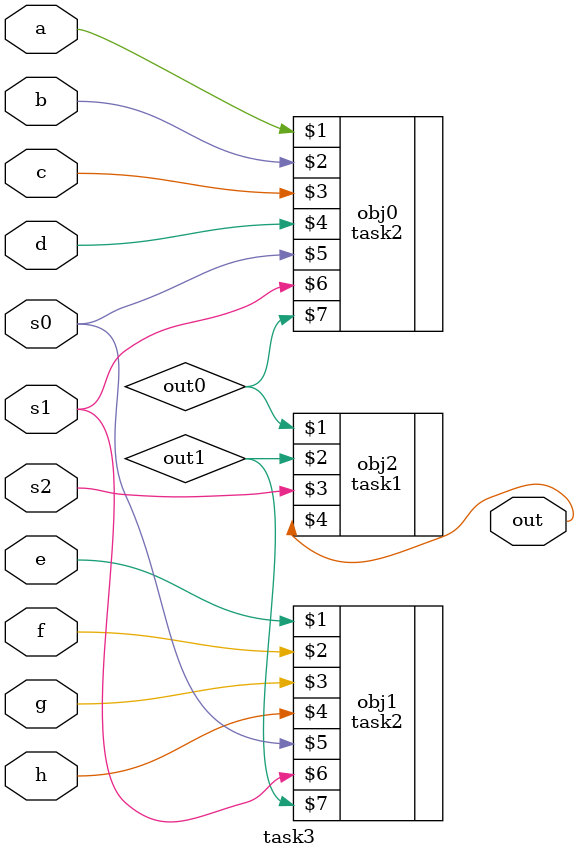
<source format=v>
`include "task1.v"
`include "task2.v"

module task3(a,
             b,
             c,
             d,
             e,
             f,
             g,
             h,
             s0,
             s1,
             s2,
             out);
    input a, b, c, d, e, f, g, h, s0, s1, s2;
    output out;
    wire out0,out1;
    
    task2 obj0(a,b,c,d,s0,s1,out0);
    task2 obj1(e,f,g,h,s0,s1,out1);
    task1 obj2(out0,out1,s2,out);
endmodule

</source>
